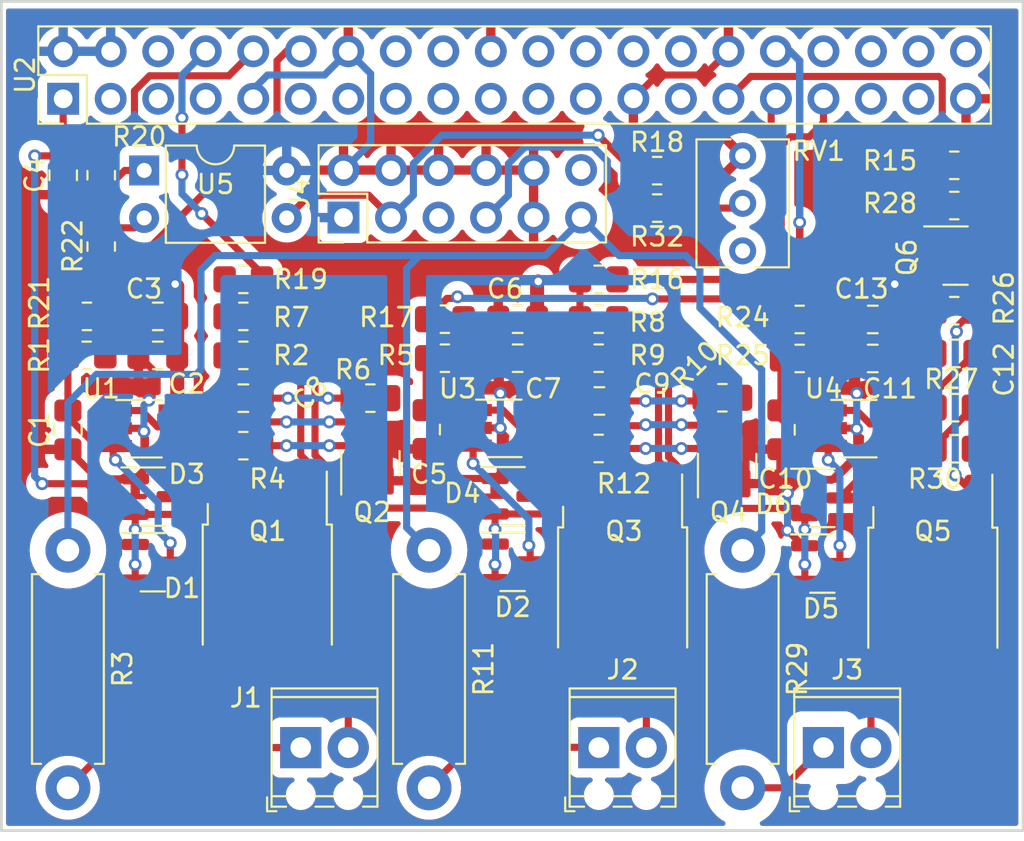
<source format=kicad_pcb>
(kicad_pcb (version 20221018) (generator pcbnew)
  (layers (0 "F.Cu" signal) (31 "B.Cu" signal) (34 "B.Paste" user) (35 "F.Paste" user) (36 "B.SilkS" user "B.Silkscreen") (37 "F.SilkS" user "F.Silkscreen") (38 "B.Mask" user) (39 "F.Mask" user) (44 "Edge.Cuts" user))
  (net 0 "")
  (net 1 "Net-(D1-common)")
  (net 2 "GND")
  (net 3 "+5V")
  (net 4 "+3V3")
  (net 5 "N_ENABLE_SUPPLY")
  (net 6 "+170V")
  (net 7 "Net-(C8-Pad1)")
  (net 8 "PWM_0")
  (net 9 "PWM_1")
  (net 10 "PWM_0_50Hz")
  (net 11 "PWM_1_50Hz")
  (net 12 "Net-(D2-common)")
  (net 13 "Net-(D3-common)")
  (net 14 "Net-(D5-common)")
  (net 15 "Net-(C12-Pad1)")
  (net 16 "Net-(D6-common)")
  (net 17 "Net-(Q1-D)")
  (net 18 "Net-(Q1-G)")
  (net 19 "Net-(Q1-S)")
  (net 20 "Net-(Q2-G)")
  (net 21 "Net-(Q2-D)")
  (net 22 "Net-(Q3-G)")
  (net 23 "Net-(Q3-S)")
  (net 24 "Net-(Q4-G)")
  (net 25 "Net-(Q4-D)")
  (net 26 "Net-(Q5-G)")
  (net 27 "Net-(Q5-S)")
  (net 28 "Net-(Q6-G)")
  (net 29 "Net-(Q6-D)")
  (net 30 "Net-(U2-P29)")
  (net 31 "PWM_2_50Hz")
  (net 32 "Net-(U2-P31)")
  (net 33 "Net-(U2-P33)")
  (net 34 "Net-(U2-P8)")
  (net 35 "Net-(U2-P10)")
  (net 36 "Net-(U2-P12)")
  (net 37 "PWM_2")
  (net 38 "Net-(U2-P32)")
  (net 59 "Net-(D4-common)")
  (net 62 "/ENABLE")
  (net 63 "/N{slash}C")
  (net 64 "/R_ADJUST")
  (net 65 "Net-(R22-Pad1)")
  (net 68 "Net-(Q3-D)")
  (net 69 "Net-(Q5-D)")
  (net 70 "Net-(J1-Pad1)")
  (net 71 "Net-(J2-Pad1)")
  (net 72 "Net-(J3-Pad1)")
  (net 73 "Net-(R32-Pad1)")
  (net 74 "Net-(C9-Pad1)")
  (footprint "Capacitor_SMD:C_0805_2012Metric_Pad1.18x1.45mm_HandSolder" (layer "F.Cu") (at 113.538 140.6365 -90)
    (fp_text reference "C1")
    (fp_text value "3.3nF")
  )
  (footprint "Capacitor_SMD:C_0805_2012Metric_Pad1.18x1.45mm_HandSolder" (layer "F.Cu") (at 118.3425 136.652 180)
    (fp_text reference "C2")
    (fp_text value "0.1uF")
  )
  (footprint "Capacitor_SMD:C_0805_2012Metric_Pad1.18x1.45mm_HandSolder" (layer "F.Cu") (at 118.3425 134.567 180)
    (fp_text reference "C3")
    (fp_text value "1uF")
  )
  (footprint "Capacitor_SMD:C_0805_2012Metric_Pad1.18x1.45mm_HandSolder" (layer "F.Cu") (at 113.285 127.024 -90)
    (fp_text reference "C4")
    (fp_text value "1uF")
  )
  (footprint "Capacitor_SMD:C_0805_2012Metric_Pad1.18x1.45mm_HandSolder" (layer "F.Cu") (at 132.6875 140.6155 -90)
    (fp_text reference "C5")
    (fp_text value "3.3nF")
  )
  (footprint "Capacitor_SMD:C_0805_2012Metric_Pad1.18x1.45mm_HandSolder" (layer "F.Cu") (at 137.5785 134.717 180)
    (fp_text reference "C6")
    (fp_text value "0.1uF")
  )
  (footprint "Capacitor_SMD:C_0805_2012Metric_Pad1.18x1.45mm_HandSolder" (layer "F.Cu") (at 137.5785 136.802 180)
    (fp_text reference "C7")
    (fp_text value "1uF")
  )
  (footprint "Capacitor_SMD:C_0805_2012Metric_Pad1.18x1.45mm_HandSolder" (layer "F.Cu") (at 122.9145 138.938)
    (fp_text reference "C8")
    (fp_text value "1nF")
  )
  (footprint "Capacitor_SMD:C_0805_2012Metric_Pad1.18x1.45mm_HandSolder" (layer "F.Cu") (at 141.9455 139.088)
    (fp_text reference "C9")
    (fp_text value "1nF")
  )
  (footprint "Package_TO_SOT_SMD:SOT-23" (layer "F.Cu") (at 118.072 147.709)
    (fp_text reference "D1")
    (fp_text value "BAV99")
  )
  (footprint "Package_TO_SOT_SMD:SOT-23" (layer "F.Cu") (at 137.308 147.688)
    (fp_text reference "D2")
    (fp_text value "BAV99")
  )
  (footprint "Package_TO_SOT_SMD:SOT-23" (layer "F.Cu") (at 118.072 144.202)
    (fp_text reference "D3")
    (fp_text value "BAV99")
  )
  (footprint "Package_TO_SOT_SMD:SOT-23" (layer "F.Cu") (at 137.308 144.181)
    (fp_text reference "D4")
    (fp_text value "BAV99")
  )
  (footprint "Package_TO_SOT_SMD:TO-252-2" (layer "F.Cu") (at 124.1945 149.005 -90)
    (fp_text reference "Q1")
    (fp_text value "FDD7N25LZTM")
  )
  (footprint "Package_TO_SOT_SMD:SOT-23" (layer "F.Cu") (at 129.7065 142.4155 90)
    (fp_text reference "Q2")
    (fp_text value "2N7002")
  )
  (footprint "Package_TO_SOT_SMD:TO-252-2" (layer "F.Cu") (at 143.188 149.155 -90)
    (fp_text reference "Q3")
    (fp_text value "FDD7N25LZTM")
  )
  (footprint "Package_TO_SOT_SMD:SOT-23" (layer "F.Cu") (at 148.776 142.5655 90)
    (fp_text reference "Q4")
    (fp_text value "2N7002")
  )
  (footprint "Resistor_SMD:R_0805_2012Metric_Pad1.20x1.40mm_HandSolder" (layer "F.Cu") (at 114.538 136.652)
    (fp_text reference "R1")
    (fp_text value "1k")
  )
  (footprint "Resistor_SMD:R_0805_2012Metric_Pad1.20x1.40mm_HandSolder" (layer "F.Cu") (at 122.9145 136.652 180)
    (fp_text reference "R2")
    (fp_text value "1k")
  )
  (footprint "Resistor_SMD:R_0805_2012Metric_Pad1.20x1.40mm_HandSolder" (layer "F.Cu") (at 122.9145 141.478)
    (fp_text reference "R4")
    (fp_text value "133")
  )
  (footprint "Resistor_SMD:R_0805_2012Metric_Pad1.20x1.40mm_HandSolder" (layer "F.Cu") (at 133.6875 136.802)
    (fp_text reference "R5")
    (fp_text value "1k")
  )
  (footprint "Resistor_SMD:R_0805_2012Metric_Pad1.20x1.40mm_HandSolder" (layer "F.Cu") (at 129.7065 138.938 180)
    (fp_text reference "R6")
    (fp_text value "1k")
  )
  (footprint "Resistor_SMD:R_0805_2012Metric_Pad1.20x1.40mm_HandSolder" (layer "F.Cu") (at 122.9145 134.567 180)
    (fp_text reference "R7")
    (fp_text value "1k")
  )
  (footprint "Resistor_SMD:R_0805_2012Metric_Pad1.20x1.40mm_HandSolder" (layer "F.Cu") (at 141.908 134.717 180)
    (fp_text reference "R8")
    (fp_text value "1k")
  )
  (footprint "Resistor_SMD:R_0805_2012Metric_Pad1.20x1.40mm_HandSolder" (layer "F.Cu") (at 141.908 136.802 180)
    (fp_text reference "R9")
    (fp_text value "1k")
  )
  (footprint "Resistor_SMD:R_0805_2012Metric_Pad1.20x1.40mm_HandSolder" (layer "F.Cu") (at 148.521 138.917 180)
    (fp_text reference "R10")
    (fp_text value "1k")
  )
  (footprint "Resistor_SMD:R_0805_2012Metric_Pad1.20x1.40mm_HandSolder" (layer "F.Cu") (at 141.908 141.628)
    (fp_text reference "R12")
    (fp_text value "133")
  )
  (footprint "Resistor_SMD:R_0805_2012Metric_Pad1.20x1.40mm_HandSolder" (layer "F.Cu") (at 160.9145 126.492 180)
    (fp_text reference "R15")
    (fp_text value "0")
  )
  (footprint "Resistor_SMD:R_0805_2012Metric_Pad1.20x1.40mm_HandSolder" (layer "F.Cu") (at 141.908 132.588 180)
    (fp_text reference "R16")
    (fp_text value "0")
  )
  (footprint "Resistor_SMD:R_0805_2012Metric_Pad1.20x1.40mm_HandSolder" (layer "F.Cu") (at 133.6875 134.717)
    (fp_text reference "R17")
    (fp_text value "0")
  )
  (footprint "Resistor_SMD:R_0805_2012Metric_Pad1.20x1.40mm_HandSolder" (layer "F.Cu") (at 122.9145 132.588)
    (fp_text reference "R19")
    (fp_text value "0")
  )
  (footprint "Resistor_SMD:R_0805_2012Metric_Pad1.20x1.40mm_HandSolder" (layer "F.Cu") (at 115.317 127.024 90)
    (fp_text reference "R20")
    (fp_text value "1k")
  )
  (footprint "Resistor_SMD:R_0805_2012Metric_Pad1.20x1.40mm_HandSolder" (layer "F.Cu") (at 114.554 134.567)
    (fp_text reference "R21")
    (fp_text value "0")
  )
  (footprint "Resistor_SMD:R_0805_2012Metric_Pad1.20x1.40mm_HandSolder" (layer "F.Cu") (at 152.6525 134.731434 180)
    (fp_text reference "R24")
    (fp_text value "0")
  )
  (footprint "Package_TO_SOT_SMD:TSOT-23-5_HandSoldering" (layer "F.Cu") (at 117.67 140.549)
    (fp_text reference "U1")
    (fp_text value "MCP6411")
  )
  (footprint "Package_TO_SOT_SMD:TSOT-23-5_HandSoldering" (layer "F.Cu") (at 136.906 140.528)
    (fp_text reference "U3")
    (fp_text value "MCP6411")
  )
  (footprint "Resistor_THT:R_Axial_DIN0411_L9.9mm_D3.6mm_P12.70mm_Horizontal" (layer "F.Cu") (at 113.538 147.066 -90)
    (fp_text reference "R3")
    (fp_text value "1k 2W")
  )
  (footprint "Resistor_THT:R_Axial_DIN0411_L9.9mm_D3.6mm_P12.70mm_Horizontal" (layer "F.Cu") (at 132.842 147.066 -90)
    (fp_text reference "R11")
    (fp_text value "1k 2W")
  )
  (footprint "Connector_PinHeader_2.54mm:PinHeader_2x20_P2.54mm_Vertical" (layer "F.Cu") (at 113.284 122.936 90)
    (fp_text reference "U2")
    (fp_text value "Raspberry_PI_Zero_Header" hide)
  )
  (footprint "Capacitor_SMD:C_0805_2012Metric_Pad1.18x1.45mm_HandSolder" (layer "F.Cu") (at 156.559 136.816434 180)
    (fp_text reference "C11")
    (fp_text value "0.1uF")
  )
  (footprint "Resistor_SMD:R_0805_2012Metric_Pad1.20x1.40mm_HandSolder" (layer "F.Cu") (at 152.6525 136.816434)
    (fp_text reference "R25")
    (fp_text value "1k")
  )
  (footprint "Package_TO_SOT_SMD:TSOT-23-5_HandSoldering" (layer "F.Cu") (at 155.8865 140.542434)
    (fp_text reference "U4")
    (fp_text value "MCP6411")
  )
  (footprint "TerminalBlock_Phoenix:TerminalBlock_Phoenix_MPT-0,5-2-2.54_1x02_P2.54mm_Horizontal" (layer "F.Cu") (at 153.924 157.616)
    (fp_text reference "J3")
    (fp_text value "Screw_Terminal_1x02")
  )
  (footprint "Resistor_SMD:R_0805_2012Metric_Pad1.20x1.40mm_HandSolder" (layer "F.Cu") (at 160.9145 134.262 180)
    (fp_text reference "R26")
    (fp_text value "1k")
  )
  (footprint "Package_TO_SOT_SMD:SOT-23" (layer "F.Cu") (at 160.9845 131.318)
    (fp_text reference "Q6")
    (fp_text value "2N7002" hide)
  )
  (footprint "Resistor_SMD:R_0805_2012Metric_Pad1.20x1.40mm_HandSolder" (layer "F.Cu") (at 145.035 128.778 180)
    (fp_text reference "R32")
    (fp_text value "47k")
  )
  (footprint "TerminalBlock_Phoenix:TerminalBlock_Phoenix_MPT-0,5-2-2.54_1x02_P2.54mm_Horizontal" (layer "F.Cu") (at 125.984 157.616)
    (fp_text reference "J1")
    (fp_text value "Screw_Terminal_1x02")
  )
  (footprint "Capacitor_SMD:C_0805_2012Metric_Pad1.18x1.45mm_HandSolder" (layer "F.Cu") (at 151.6525 140.629934 -90)
    (fp_text reference "C10")
    (fp_text value "3.3nF")
  )
  (footprint "Resistor_SMD:R_0805_2012Metric_Pad1.20x1.40mm_HandSolder" (layer "F.Cu") (at 160.9145 139.446 180)
    (fp_text reference "R27")
    (fp_text value "1k")
  )
  (footprint "Package_TO_SOT_SMD:SOT-23" (layer "F.Cu") (at 153.866 144.272)
    (fp_text reference "D6")
    (fp_text value "BAV99")
  )
  (footprint "Capacitor_SMD:C_0805_2012Metric_Pad1.18x1.45mm_HandSolder" (layer "F.Cu") (at 160.952 136.548)
    (fp_text reference "C12")
    (fp_text value "1nF")
  )
  (footprint "Potentiometer_THT:Potentiometer_Vishay_T73XW_Horizontal" (layer "F.Cu") (at 149.606 125.984)
    (fp_text reference "RV1")
    (fp_text value "5k")
  )
  (footprint "Resistor_THT:R_Axial_DIN0411_L9.9mm_D3.6mm_P12.70mm_Horizontal" (layer "F.Cu") (at 149.606 147.066 -90)
    (fp_text reference "R29")
    (fp_text value "1k 2W")
  )
  (footprint "Resistor_SMD:R_0805_2012Metric_Pad1.20x1.40mm_HandSolder" (layer "F.Cu") (at 160.9145 128.642 180)
    (fp_text reference "R28")
    (fp_text value "1k")
  )
  (footprint "Resistor_SMD:R_0805_2012Metric_Pad1.20x1.40mm_HandSolder" (layer "F.Cu") (at 115.317 130.834 -90)
    (fp_text reference "R22")
    (fp_text value "330")
  )
  (footprint "Resistor_SMD:R_0805_2012Metric_Pad1.20x1.40mm_HandSolder" (layer "F.Cu") (at 160.9145 141.642434)
    (fp_text reference "R30")
    (fp_text value "133")
  )
  (footprint "Package_TO_SOT_SMD:TO-252-2" (layer "F.Cu") (at 159.772 149.169434 -90)
    (fp_text reference "Q5")
    (fp_text value "FDD7N25LZTM")
  )
  (footprint "Resistor_SMD:R_0805_2012Metric_Pad1.20x1.40mm_HandSolder" (layer "F.Cu") (at 145.035 126.778 180)
    (fp_text reference "R18")
    (fp_text value "100k")
  )
  (footprint "TerminalBlock_Phoenix:TerminalBlock_Phoenix_MPT-0,5-2-2.54_1x02_P2.54mm_Horizontal" (layer "F.Cu") (at 141.918 157.616)
    (fp_text reference "J2")
    (fp_text value "Screw_Terminal_1x02")
  )
  (footprint "Capacitor_SMD:C_0805_2012Metric_Pad1.18x1.45mm_HandSolder" (layer "F.Cu") (at 156.559 134.731434 180)
    (fp_text reference "C13")
    (fp_text value "1uF")
  )
  (footprint "Package_DIP:DIP-4_W7.62mm" (layer "F.Cu") (at 117.613 126.765)
    (fp_text reference "U5")
    (fp_text value "LTV-817")
  )
  (footprint "Package_TO_SOT_SMD:SOT-23" (layer "F.Cu") (at 153.866 147.779)
    (fp_text reference "D5")
    (fp_text value "BAV99")
  )
  (footprint "Connector_PinHeader_2.54mm:PinHeader_2x06_P2.54mm_Vertical" (layer "F.Cu") (at 128.27 129.286 90)
    (fp_text reference "J4")
    (fp_text value "Conn_02x06")
  )
  (gr_rect (start 109.982 117.73) (end 164.592 162.052) (stroke (width 0.15)) (fill none) (layer "Edge.Cuts"))
  (segment (start 115.96 142.122) (end 115.96 141.499) (width 0.381) (layer "F.Cu") (net 1))
  (segment (start 115.083 141.499) (end 113.284 139.7) (width 0.381) (layer "F.Cu") (net 1))
  (segment (start 113.538 139.599) (end 113.538 136.652) (width 0.381) (layer "F.Cu") (net 1))
  (segment (start 115.96 141.499) (end 115.083 141.499) (width 0.381) (layer "F.Cu") (net 1))
  (segment (start 116.078 142.24) (end 115.96 142.122) (width 0.381) (layer "F.Cu") (net 1))
  (segment (start 119.0095 146.6745) (end 119.0095 147.709) (width 0.381) (layer "F.Cu") (net 1))
  (via (at 116.078 142.24) (size 0.6858) (drill 0.4) (layers "F.Cu" "B.Cu") (net 1))
  (via (at 119.0095 146.6745) (size 0.6858) (drill 0.4) (layers "F.Cu" "B.Cu") (net 1))
  (segment (start 118.364 144.526) (end 118.364 146.029) (width 0.381) (layer "B.Cu") (net 1))
  (segment (start 118.364 146.029) (end 119.0095 146.6745) (width 0.381) (layer "B.Cu") (net 1))
  (segment (start 116.078 142.24) (end 118.364 144.526) (width 0.381) (layer "B.Cu") (net 1))
  (segment (start 152.9285 143.322) (end 154.360934 143.322) (width 0.381) (layer "F.Cu") (net 2))
  (segment (start 155.669075 140.542434) (end 154.1765 140.542434) (width 0.381) (layer "F.Cu") (net 2))
  (segment (start 136.652 138.684) (end 136.652 136.913) (width 0.381) (layer "F.Cu") (net 2))
  (segment (start 155.5215 136.816434) (end 155.5215 134.731434) (width 0.381) (layer "F.Cu") (net 2))
  (segment (start 134.2655 143.231) (end 132.6875 141.653) (width 0.381) (layer "F.Cu") (net 2))
  (segment (start 154.360934 143.322) (end 155.700528 141.982406) (width 0.381) (layer "F.Cu") (net 2))
  (segment (start 155.702 138.684) (end 155.702 136.996934) (width 0.381) (layer "F.Cu") (net 2))
  (segment (start 135.196 140.528) (end 136.586 140.528) (width 0.381) (layer "F.Cu") (net 2))
  (segment (start 136.586 140.528) (end 136.652 140.462) (width 0.381) (layer "F.Cu") (net 2))
  (segment (start 115.116 143.252) (end 113.538 141.674) (width 0.381) (layer "F.Cu") (net 2))
  (segment (start 117.864174 139.045693) (end 118.0355 138.874367) (width 0.381) (layer "F.Cu") (net 2))
  (segment (start 118.0355 138.874367) (end 118.0355 137.3825) (width 0.381) (layer "F.Cu") (net 2))
  (segment (start 136.3705 143.231) (end 134.2655 143.231) (width 0.381) (layer "F.Cu") (net 2))
  (segment (start 117.602 140.716) (end 117.602 142.7845) (width 0.381) (layer "F.Cu") (net 2))
  (segment (start 118.0355 137.3825) (end 117.305 136.652) (width 0.381) (layer "F.Cu") (net 2))
  (segment (start 152.0009 144.018) (end 152.6969 143.322) (width 0.381) (layer "F.Cu") (net 2))
  (segment (start 117.305 136.652) (end 117.305 134.567) (width 0.381) (layer "F.Cu") (net 2))
  (segment (start 143.764 122.936) (end 145.034 121.666) (width 0.381) (layer "F.Cu") (net 2))
  (segment (start 152.0009 146.000565) (end 152.829335 146.829) (width 0.381) (layer "F.Cu") (net 2))
  (segment (start 145.034 121.666) (end 147.574 121.666) (width 0.381) (layer "F.Cu") (net 2))
  (segment (start 152.0009 145.997874) (end 152.0009 146.000565) (width 0.381) (layer "F.Cu") (net 2))
  (segment (start 117.602 140.716) (end 117.435 140.549) (width 0.381) (layer "F.Cu") (net 2))
  (segment (start 147.574 121.666) (end 148.844 120.396) (width 0.381) (layer "F.Cu") (net 2))
  (segment (start 152.829335 146.829) (end 152.9285 146.829) (width 0.381) (layer "F.Cu") (net 2))
  (segment (start 152.6969 143.322) (end 152.9285 143.322) (width 0.381) (layer "F.Cu") (net 2))
  (segment (start 136.3705 143.231) (end 136.652 142.9495) (width 0.381) (layer "F.Cu") (net 2))
  (segment (start 117.1345 143.252) (end 115.116 143.252) (width 0.381) (layer "F.Cu") (net 2))
  (segment (start 155.700528 141.982406) (end 155.700528 140.573887) (width 0.381) (layer "F.Cu") (net 2))
  (segment (start 117.435 140.549) (end 115.96 140.549) (width 0.381) (layer "F.Cu") (net 2))
  (segment (start 117.602 142.7845) (end 117.1345 143.252) (width 0.381) (layer "F.Cu") (net 2))
  (segment (start 136.652 142.9495) (end 136.652 140.462) (width 0.381) (layer "F.Cu") (net 2))
  (segment (start 155.700528 140.573887) (end 155.669075 140.542434) (width 0.381) (layer "F.Cu") (net 2))
  (via (at 152.0009 145.997874) (size 0.6858) (drill 0.4) (layers "F.Cu" "B.Cu") (net 2))
  (via (at 155.700528 140.573887) (size 0.6858) (drill 0.4) (layers "F.Cu" "B.Cu") (net 2))
  (via (at 152.0009 144.018) (size 0.6858) (drill 0.4) (layers "F.Cu" "B.Cu") (net 2))
  (via (at 117.602 140.716) (size 0.6858) (drill 0.4) (layers "F.Cu" "B.Cu") (net 2))
  (via (at 136.652 140.528) (size 0.6858) (drill 0.4) (layers "F.Cu" "B.Cu") (net 2))
  (via (at 117.864174 139.045693) (size 0.6858) (drill 0.4) (layers "F.Cu" "B.Cu") (net 2))
  (via (at 136.652 138.684) (size 0.6858) (drill 0.4) (layers "F.Cu" "B.Cu") (net 2))
  (via (at 155.702 138.684) (size 0.6858) (drill 0.4) (layers "F.Cu" "B.Cu") (net 2))
  (segment (start 152.0009 145.997874) (end 152.0009 144.018) (width 0.381) (layer "B.Cu") (net 2))
  (segment (start 138.411 126.765) (end 138.43 126.746) (width 0.381) (layer "B.Cu") (net 2))
  (segment (start 129.7185 121.5905) (end 129.7185 125.2975) (width 0.381) (layer "B.Cu") (net 2))
  (segment (start 128.27 126.746) (end 128.289 126.765) (width 0.381) (layer "B.Cu") (net 2))
  (segment (start 155.700528 140.573887) (end 155.700528 138.685472) (width 0.381) (layer "B.Cu") (net 2))
  (segment (start 123.444 122.428) (end 124.206 121.666) (width 0.381) (layer "B.Cu") (net 2))
  (segment (start 117.602 139.307867) (end 117.602 140.716) (width 0.381) (layer "B.Cu") (net 2))
  (segment (start 124.206 121.666) (end 127.254 121.666) (width 0.381) (layer "B.Cu") (net 2))
  (segment (start 128.524 120.396) (end 129.7185 121.5905) (width 0.381) (layer "B.Cu") (net 2))
  (segment (start 117.864174 139.045693) (end 117.602 139.307867) (width 0.381) (layer "B.Cu") (net 2))
  (segment (start 136.652 140.462) (end 136.652 138.684) (width 0.381) (layer "B.Cu") (net 2))
  (segment (start 127.254 121.666) (end 128.524 120.396) (width 0.381) (layer "B.Cu") (net 2))
  (segment (start 129.7185 125.2975) (end 128.27 126.746) (width 0.381) (layer "B.Cu") (net 2))
  (segment (start 155.700528 138.685472) (end 155.702 138.684) (width 0.381) (layer "B.Cu") (net 2))
  (segment (start 138.616 132.759504) (end 138.678604 132.6969) (width 0.75) (layer "F.Cu") (net 3))
  (segment (start 119.38 136.652) (end 119.38 134.567) (width 0.75) (layer "F.Cu") (net 3))
  (segment (start 119.38 132.9509) (end 119.2711 132.842) (width 0.75) (layer "F.Cu") (net 3))
  (segment (start 138.616 137.668) (end 138.616 135.128) (width 0.75) (layer "F.Cu") (net 3))
  (segment (start 119.38 134.567) (end 119.38 132.9509) (width 0.75) (layer "F.Cu") (net 3))
  (segment (start 157.5965 132.9795) (end 157.734 132.842) (width 0.75) (layer "F.Cu") (net 3))
  (segment (start 138.616 139.578) (end 138.616 137.668) (width 0.75) (layer "F.Cu") (net 3))
  (segment (start 157.5965 136.816434) (end 157.5965 134.731434) (width 0.75) (layer "F.Cu") (net 3))
  (segment (start 157.5965 139.592434) (end 157.5965 136.816434) (width 0.75) (layer "F.Cu") (net 3))
  (segment (start 157.5965 134.731434) (end 157.5965 132.9795) (width 0.75) (layer "F.Cu") (net 3))
  (segment (start 119.38 136.652) (end 119.38 139.599) (width 0.75) (layer "F.Cu") (net 3))
  (segment (start 138.616 134.717) (end 138.616 132.759504) (width 0.75) (layer "F.Cu") (net 3))
  (via (at 119.2711 132.842) (size 0.6858) (drill 0.4) (layers "F.Cu" "B.Cu") (net 3))
  (via (at 138.678604 132.6969) (size 0.6858) (drill 0.4) (layers "F.Cu" "B.Cu") (net 3))
  (via (at 157.734 132.842) (size 0.6858) (drill 0.4) (layers "F.Cu" "B.Cu") (net 3))
  (segment (start 136.3705 145.9416) (end 136.3705 145.131) (width 0.381) (layer "F.Cu") (net 4))
  (segment (start 117.1345 148.659) (end 117.1345 147.828) (width 0.381) (layer "F.Cu") (net 4))
  (segment (start 134.909066 144.815066) (end 127.980934 144.815066) (width 0.381) (layer "F.Cu") (net 4))
  (segment (start 120.904 145.542) (end 120.514 145.152) (width 0.381) (layer "F.Cu") (net 4))
  (segment (start 136.3705 148.638) (end 136.3705 147.8555) (width 0.381) (layer "F.Cu") (net 4))
  (segment (start 140.208 145.796) (end 146.065875 145.796) (width 0.381) (layer "F.Cu") (net 4))
  (segment (start 135.225 145.131) (end 134.909066 144.815066) (width 0.381) (layer "F.Cu") (net 4))
  (segment (start 152.536 144.8295) (end 152.9285 145.222) (width 0.381) (layer "F.Cu") (net 4))
  (segment (start 136.3705 145.131) (end 135.225 145.131) (width 0.381) (layer "F.Cu") (net 4))
  (segment (start 113.284 122.936) (end 113.284 125.9855) (width 0.381) (layer "F.Cu") (net 4))
  (segment (start 152.9285 145.145434) (end 152.9285 145.956034) (width 0.381) (layer "F.Cu") (net 4))
  (segment (start 116.196 145.152) (end 117.1345 145.152) (width 0.381) (layer "F.Cu") (net 4))
  (segment (start 127.980934 144.815066) (end 127.254 145.542) (width 0.381) (layer "F.Cu") (net 4))
  (segment (start 127.254 145.542) (end 120.904 145.542) (width 0.381) (layer "F.Cu") (net 4))
  (segment (start 152.9285 148.652434) (end 152.9285 147.828) (width 0.381) (layer "F.Cu") (net 4))
  (segment (start 139.543 145.131) (end 140.208 145.796) (width 0.381) (layer "F.Cu") (net 4))
  (segment (start 111.76 125.984) (end 111.7625 125.9865) (width 0.381) (layer "F.Cu") (net 4))
  (segment (start 136.3705 145.131) (end 139.543 145.131) (width 0.381) (layer "F.Cu") (net 4))
  (segment (start 147.032375 144.8295) (end 152.536 144.8295) (width 0.381) (layer "F.Cu") (net 4))
  (segment (start 120.514 145.152) (end 117.1345 145.152) (width 0.381) (layer "F.Cu") (net 4))
  (segment (start 112.1591 143.51) (end 114.554 143.51) (width 0.381) (layer "F.Cu") (net 4))
  (segment (start 146.065875 145.796) (end 147.032375 144.8295) (width 0.381) (layer "F.Cu") (net 4))
  (segment (start 111.7625 125.9865) (end 113.285 125.9865) (width 0.381) (layer "F.Cu") (net 4))
  (segment (start 136.3705 147.8555) (end 136.398 147.828) (width 0.381) (layer "F.Cu") (net 4))
  (segment (start 114.554 143.51) (end 116.196 145.152) (width 0.381) (layer "F.Cu") (net 4))
  (segment (start 117.1345 145.152) (end 117.1345 145.9626) (width 0.381) (layer "F.Cu") (net 4))
  (via (at 152.9285 147.828) (size 0.6858) (drill 0.4) (layers "F.Cu" "B.Cu") (net 4))
  (via (at 117.1345 147.828) (size 0.6858) (drill 0.4) (layers "F.Cu" "B.Cu") (net 4))
  (via (at 112.1591 143.51) (size 0.6858) (drill 0.4) (layers "F.Cu" "B.Cu") (net 4))
  (via (at 117.1345 145.9626) (size 0.6858) (drill 0.4) (layers "F.Cu" "B.Cu") (net 4))
  (via (at 136.3705 145.9416) (size 0.6858) (drill 0.4) (layers "F.Cu" "B.Cu") (net 4))
  (via (at 152.9285 145.956034) (size 0.6858) (drill 0.4) (layers "F.Cu" "B.Cu") (net 4))
  (via (at 136.3705 147.828) (size 0.6858) (drill 0.4) (layers "F.Cu" "B.Cu") (net 4))
  (via (at 111.76 125.984) (size 0.6858) (drill 0.4) (layers "F.Cu" "B.Cu") (net 4))
  (segment (start 111.76 143.1109) (end 112.1591 143.51) (width 0.381) (layer "B.Cu") (net 4))
  (segment (start 117.1345 147.828) (end 117.1345 145.9626) (width 0.381) (layer "B.Cu") (net 4))
  (segment (start 152.9285 147.828) (end 152.9285 145.956034) (width 0.381) (layer "B.Cu") (net 4))
  (segment (start 136.398 147.828) (end 136.398 145.9416) (width 0.381) (layer "B.Cu") (net 4))
  (segment (start 111.76 125.984) (end 111.76 143.1109) (width 0.381) (layer "B.Cu") (net 4))
  (segment (start 117.613 126.765) (end 116.576 126.765) (width 0.381) (layer "F.Cu") (net 5))
  (segment (start 116.576 126.765) (end 115.317 128.024) (width 0.381) (layer "F.Cu") (net 5))
  (segment (start 121.412 131.318) (end 120.65 132.08) (width 0.381) (layer "B.Cu") (net 6))
  (segment (start 143.002 131.318) (end 146.558 131.318) (width 0.381) (layer "B.Cu") (net 6))
  (segment (start 150.622 137.414) (end 150.622 146.05) (width 0.381) (layer "B.Cu") (net 6))
  (segment (start 147.32 132.08) (end 147.32 134.112) (width 0.381) (layer "B.Cu") (net 6))
  (segment (start 120.65 132.08) (end 120.65 137.414) (width 0.381) (layer "B.Cu") (net 6))
  (segment (start 120.65 137.414) (end 120.396788 137.667212) (width 0.381) (layer "B.Cu") (net 6))
  (segment (start 118.43646 137.667212) (end 118.435541 137.666293) (width 0.381) (layer "B.Cu") (net 6))
  (segment (start 132.334 131.318) (end 121.412 131.318) (width 0.381) (layer "B.Cu") (net 6))
  (segment (start 118.435541 137.666293) (end 115.063707 137.666293) (width 0.381) (layer "B.Cu") (net 6))
  (segment (start 150.622 146.05) (end 149.606 147.066) (width 0.381) (layer "B.Cu") (net 6))
  (segment (start 113.538 139.192) (end 113.538 146.901566) (width 0.381) (layer "B.Cu") (net 6))
  (segment (start 131.642 132.01) (end 131.642 145.851566) (width 0.381) (layer "B.Cu") (net 6))
  (segment (start 139.065914 131.318) (end 132.334 131.318) (width 0.381) (layer "B.Cu") (net 6))
  (segment (start 132.334 131.318) (end 131.642 132.01) (width 0.381) (layer "B.Cu") (net 6))
  (segment (start 147.32 134.112) (end 150.622 137.414) (width 0.381) (layer "B.Cu") (net 6))
  (segment (start 140.97 129.413914) (end 139.065914 131.318) (width 0.381) (layer "B.Cu") (net 6))
  (segment (start 141.067 129.383) (end 143.002 131.318) (width 0.381) (layer "B.Cu") (net 6))
  (segment (start 131.642 145.851566) (end 132.842 147.051566) (width 0.381) (layer "B.Cu") (net 6))
  (segment (start 146.558 131.318) (end 147.32 132.08) (width 0.381) (layer "B.Cu") (net 6))
  (segment (start 120.396788 137.667212) (end 118.43646 137.667212) (width 0.381) (layer "B.Cu") (net 6))
  (segment (start 115.063707 137.666293) (end 113.538 139.192) (width 0.381) (layer "B.Cu") (net 6))
  (segment (start 117.457131 139.599) (end 118.328531 140.4704) (width 0.381) (layer "F.Cu") (net 7))
  (segment (start 115.96 139.599) (end 117.457131 139.599) (width 0.381) (layer "F.Cu") (net 7))
  (segment (start 118.328531 140.4704) (end 120.3446 140.4704) (width 0.381) (layer "F.Cu") (net 7))
  (segment (start 120.3446 140.4704) (end 121.877 138.938) (width 0.381) (layer "F.Cu") (net 7))
  (segment (start 121.877 138.938) (end 121.877 136.6895) (width 0.381) (layer "F.Cu") (net 7))
  (segment (start 115.538 136.652) (end 115.538 134.583) (width 0.381) (layer "F.Cu") (net 8))
  (segment (start 134.6875 137.668) (end 134.6875 135.128) (width 0.381) (layer "F.Cu") (net 9))
  (segment (start 121.9145 132.588) (end 121.9145 134.567) (width 0.381) (layer "F.Cu") (net 10))
  (segment (start 140.908 132.588) (end 140.908 134.717) (width 0.381) (layer "F.Cu") (net 11))
  (segment (start 132.842 140.001) (end 132.842 139.807) (width 0.381) (layer "F.Cu") (net 12))
  (segment (start 134.319 141.478) (end 132.842 140.001) (width 0.381) (layer "F.Cu") (net 12))
  (segment (start 135.196 141.478) (end 134.319 141.478) (width 0.381) (layer "F.Cu") (net 12))
  (segment (start 138.2455 146.8815) (end 138.176 146.812) (width 0.381) (layer "F.Cu") (net 12))
  (segment (start 138.2455 147.688) (end 138.2455 146.8815) (width 0.381) (layer "F.Cu") (net 12))
  (segment (start 135.196 142.426) (end 135.196 141.478) (width 0.381) (layer "F.Cu") (net 12))
  (segment (start 132.6875 136.802) (end 132.6875 139.578) (width 0.381) (layer "F.Cu") (net 12))
  (via (at 138.176 146.812) (size 0.6858) (drill 0.4) (layers "F.Cu" "B.Cu") (net 12))
  (via (at 135.196 142.426) (size 0.6858) (drill 0.4) (layers "F.Cu" "B.Cu") (net 12))
  (segment (start 135.196 142.426) (end 138.176 145.406) (width 0.381) (layer "B.Cu") (net 12))
  (segment (start 138.176 145.406) (end 138.176 146.812) (width 0.381) (layer "B.Cu") (net 12))
  (segment (start 128.7065 138.938) (end 127.4329 138.938) (width 0.381) (layer "F.Cu") (net 13))
  (segment (start 120.25275 141.499) (end 121.670802 140.080948) (width 0.381) (layer "F.Cu") (net 13))
  (segment (start 119.38 141.499) (end 120.25275 141.499) (width 0.381) (layer "F.Cu") (net 13))
  (segment (start 119.38 141.499) (end 119.0095 141.8695) (width 0.381) (layer "F.Cu") (net 13))
  (segment (start 125.2971 138.938) (end 123.952 138.938) (width 0.381) (layer "F.Cu") (net 13))
  (segment (start 122.554948 140.080948) (end 123.697896 138.938) (width 0.381) (layer "F.Cu") (net 13))
  (segment (start 119.0095 141.8695) (end 119.0095 144.202) (width 0.381) (layer "F.Cu") (net 13))
  (segment (start 121.670802 140.080948) (end 122.554948 140.080948) (width 0.381) (layer "F.Cu") (net 13))
  (via (at 127.4329 138.938) (size 0.6858) (drill 0.4) (layers "F.Cu" "B.Cu") (net 13))
  (via (at 125.2971 138.938) (size 0.6858) (drill 0.4) (layers "F.Cu" "B.Cu") (net 13))
  (segment (start 127.4329 138.938) (end 125.2971 138.938) (width 0.381) (layer "B.Cu") (net 13))
  (segment (start 152.37375 140.735434) (end 152.722 141.083684) (width 0.381) (layer "F.Cu") (net 14))
  (segment (start 153.1125 141.492434) (end 154.1765 141.492434) (width 0.381) (layer "F.Cu") (net 14))
  (segment (start 151.6525 140.032434) (end 152.3555 140.735434) (width 0.381) (layer "F.Cu") (net 14))
  (segment (start 154.8035 146.812) (end 154.8035 147.702434) (width 0.381) (layer "F.Cu") (net 14))
  (segment (start 152.722 141.083684) (end 152.722 141.101934) (width 0.381) (layer "F.Cu") (net 14))
  (segment (start 151.6525 139.592434) (end 151.6525 140.032434) (width 0.381) (layer "F.Cu") (net 14))
  (segment (start 152.722 141.101934) (end 153.1125 141.492434) (width 0.381) (layer "F.Cu") (net 14))
  (segment (start 151.6525 139.592434) (end 151.6525 136.816434) (width 0.381) (layer "F.Cu") (net 14))
  (segment (start 154.1765 141.492434) (end 154.1765 142.2385) (width 0.381) (layer "F.Cu") (net 14))
  (segment (start 154.1765 142.2385) (end 154.178 142.24) (width 0.381) (layer "F.Cu") (net 14))
  (segment (start 152.3555 140.735434) (end 152.37375 140.735434) (width 0.381) (layer "F.Cu") (net 14))
  (via (at 154.178 142.24) (size 0.6858) (drill 0.4) (layers "F.Cu" "B.Cu") (net 14))
  (via (at 154.8035 146.812) (size 0.6858) (drill 0.4) (layers "F.Cu" "B.Cu") (net 14))
  (segment (start 154.8035 142.8655) (end 154.8035 146.812) (width 0.381) (layer "B.Cu") (net 14))
  (segment (start 154.178 142.24) (end 154.8035 142.8655) (width 0.381) (layer "B.Cu") (net 14))
  (segment (start 158.97 140.03958) (end 158.690146 140.319434) (width 0.381) (layer "F.Cu") (net 15))
  (segment (start 159.9145 134.209) (end 159.9145 136.398) (width 0.381) (layer "F.Cu") (net 15))
  (segment (start 159.9145 136.548) (end 158.97 137.4925) (width 0.381) (layer "F.Cu") (net 15))
  (segment (start 158.97 137.4925) (end 158.97 140.03958) (width 0.381) (layer "F.Cu") (net 15))
  (segment (start 156.4175 140.319434) (end 158.690146 140.319434) (width 0.381) (layer "F.Cu") (net 15))
  (segment (start 155.6905 139.592434) (end 156.4175 140.319434) (width 0.381) (layer "F.Cu") (net 15))
  (segment (start 154.1765 139.592434) (end 155.6905 139.592434) (width 0.381) (layer "F.Cu") (net 15))
  (segment (start 159.9145 138.623) (end 161.9895 136.548) (width 0.381) (layer "F.Cu") (net 16))
  (segment (start 159.9145 139.851684) (end 158.27375 141.492434) (width 0.381) (layer "F.Cu") (net 16))
  (segment (start 159.9145 139.446) (end 159.9145 138.623) (width 0.381) (layer "F.Cu") (net 16))
  (segment (start 157.583066 141.492434) (end 154.8035 144.272) (width 0.381) (layer "F.Cu") (net 16))
  (segment (start 128.524 157.616) (end 128.524 154.5945) (width 0.381) (layer "F.Cu") (net 17))
  (segment (start 128.524 154.5945) (end 124.1945 150.265) (width 0.381) (layer "F.Cu") (net 17))
  (segment (start 126.492 142.494) (end 126.492 143.9475) (width 0.381) (layer "F.Cu") (net 18))
  (segment (start 124.968 136.652) (end 125.984 137.668) (width 0.381) (layer "F.Cu") (net 18))
  (segment (start 123.9145 136.652) (end 124.968 136.652) (width 0.381) (layer "F.Cu") (net 18))
  (segment (start 125.984 137.668) (end 125.984 141.986) (width 0.381) (layer "F.Cu") (net 18))
  (segment (start 125.984 141.986) (end 126.492 142.494) (width 0.381) (layer "F.Cu") (net 18))
  (segment (start 129.4365 140.208) (end 127.508 140.208) (width 0.381) (layer "F.Cu") (net 19))
  (segment (start 130.7065 138.938) (end 129.4365 140.208) (width 0.381) (layer "F.Cu") (net 19))
  (segment (start 123.1845 140.208) (end 121.9145 141.478) (width 0.381) (layer "F.Cu") (net 19))
  (segment (start 125.222 140.208) (end 123.1845 140.208) (width 0.381) (layer "F.Cu") (net 19))
  (segment (start 121.9145 141.478) (end 121.9145 143.965) (width 0.381) (layer "F.Cu") (net 19))
  (via (at 127.508 140.208) (size 0.6858) (drill 0.4) (layers "F.Cu" "B.Cu") (net 19))
  (via (at 125.222 140.208) (size 0.6858) (drill 0.4) (layers "F.Cu" "B.Cu") (net 19))
  (segment (start 127.508 140.208) (end 125.222 140.208) (width 0.381) (layer "B.Cu") (net 19))
  (segment (start 128.113 143.353) (end 128.7565 143.353) (width 0.381) (layer "F.Cu") (net 20))
  (segment (start 123.9145 134.567) (end 126.746 137.3985) (width 0.381) (layer "F.Cu") (net 20))
  (segment (start 126.746 141.986) (end 128.113 143.353) (width 0.381) (layer "F.Cu") (net 20))
  (segment (start 126.746 137.3985) (end 126.746 141.986) (width 0.381) (layer "F.Cu") (net 20))
  (segment (start 129.7065 141.478) (end 127.508 141.478) (width 0.381) (layer "F.Cu") (net 21))
  (segment (start 125.222 141.478) (end 123.9145 141.478) (width 0.381) (layer "F.Cu") (net 21))
  (via (at 125.222 141.478) (size 0.6858) (drill 0.4) (layers "F.Cu" "B.Cu") (net 21))
  (via (at 127.508 141.478) (size 0.6858) (drill 0.4) (layers "F.Cu" "B.Cu") (net 21))
  (segment (start 127.508 141.478) (end 125.222 141.478) (width 0.381) (layer "B.Cu") (net 21))
  (segment (start 142.908 136.802) (end 144.686 136.802) (width 0.381) (layer "F.Cu") (net 22))
  (segment (start 145.1075 142.3035) (end 145.468 142.664) (width 0.381) (layer "F.Cu") (net 22))
  (segment (start 144.686 136.802) (end 145.1075 137.2235) (width 0.381) (layer "F.Cu") (net 22))
  (segment (start 145.1075 137.2235) (end 145.1075 142.3035) (width 0.381) (layer "F.Cu") (net 22))
  (segment (start 145.468 142.664) (end 145.468 144.115) (width 0.381) (layer "F.Cu") (net 22))
  (segment (start 148.5015 140.3865) (end 146.3579 140.3865) (width 0.381) (layer "F.Cu") (net 23))
  (segment (start 142.1245 140.4115) (end 140.908 141.628) (width 0.381) (layer "F.Cu") (net 23))
  (segment (start 146.3579 140.3865) (end 146.3294 140.358) (width 0.381) (layer "F.Cu") (net 23))
  (segment (start 144.3671 140.4115) (end 142.1245 140.4115) (width 0.381) (layer "F.Cu") (net 23))
  (segment (start 144.4206 140.358) (end 144.3671 140.4115) (width 0.381) (layer "F.Cu") (net 23))
  (segment (start 140.908 141.628) (end 140.908 144.115) (width 0.381) (layer "F.Cu") (net 23))
  (segment (start 149.546 139.342) (end 148.5015 140.3865) (width 0.381) (layer "F.Cu") (net 23))
  (via (at 144.4206 140.358) (size 0.6858) (drill 0.4) (layers "F.Cu" "B.Cu") (net 23))
  (via (at 146.3294 140.358) (size 0.6858) (drill 0.4) (layers "F.Cu" "B.Cu") (net 23))
  (segment (start 146.3294 140.358) (end 144.4206 140.358) (width 0.381) (layer "B.Cu") (net 23))
  (segment (start 145.6425 142.081896) (end 146.003 142.442396) (width 0.381) (layer "F.Cu") (net 24))
  (segment (start 146.003 142.442396) (end 146.003 142.4525) (width 0.381) (layer "F.Cu") (net 24))
  (segment (start 142.908 134.516) (end 143.924 134.516) (width 0.381) (layer "F.Cu") (net 24))
  (segment (start 145.6425 136.2345) (end 145.6425 142.081896) (width 0.381) (layer "F.Cu") (net 24))
  (segment (start 146.003 142.4525) (end 147.0535 143.503) (width 0.381) (layer "F.Cu") (net 24))
  (segment (start 143.924 134.516) (end 145.6425 136.2345) (width 0.381) (layer "F.Cu") (net 24))
  (segment (start 147.0535 143.503) (end 147.801 143.503) (width 0.381) (layer "F.Cu") (net 24))
  (segment (start 146.3294 141.628) (end 148.496 141.628) (width 0.381) (layer "F.Cu") (net 25))
  (segment (start 144.4206 141.628) (end 142.908 141.628) (width 0.381) (layer "F.Cu") (net 25))
  (via (at 144.4206 141.628) (size 0.6858) (drill 0.4) (layers "F.Cu" "B.Cu") (net 25))
  (via (at 146.3294 141.628) (size 0.6858) (drill 0.4) (layers "F.Cu" "B.Cu") (net 25))
  (segment (start 146.3294 141.628) (end 144.4206 141.628) (width 0.381) (layer "B.Cu") (net 25))
  (segment (start 161.036 135.1405) (end 161.9145 134.262) (width 0.381) (layer "F.Cu") (net 26))
  (segment (start 160.970193 143.047627) (end 162.052 144.129434) (width 0.381) (layer "F.Cu") (net 26))
  (segment (start 161.036 135.382) (end 161.036 135.1405) (width 0.381) (layer "F.Cu") (net 26))
  (via (at 161.036 135.382) (size 0.6858) (drill 0.4) (layers "F.Cu" "B.Cu") (net 26))
  (via (at 160.970193 143.047627) (size 0.6858) (drill 0.4) (layers "F.Cu" "B.Cu") (net 26))
  (segment (start 160.970193 135.447807) (end 160.970193 143.047627) (width 0.381) (layer "B.Cu") (net 26))
  (segment (start 161.036 135.382) (end 160.970193 135.447807) (width 0.381) (layer "B.Cu") (net 26))
  (segment (start 161.9145 139.446) (end 159.9145 141.446) (width 0.381) (layer "F.Cu") (net 27))
  (segment (start 159.9145 141.706934) (end 157.492 144.129434) (width 0.381) (layer "F.Cu") (net 27))
  (segment (start 160.1885 130.368) (end 161.9145 128.642) (width 0.381) (layer "F.Cu") (net 28))
  (segment (start 163.068 140.488934) (end 161.9145 141.642434) (width 0.381) (layer "F.Cu") (net 29))
  (segment (start 161.922 131.318) (end 163.068 132.464) (width 0.381) (layer "F.Cu") (net 29))
  (segment (start 163.068 132.464) (end 163.068 140.488934) (width 0.381) (layer "F.Cu") (net 29))
  (segment (start 160.0955 121.7415) (end 150.0385 121.7415) (width 0.381) (layer "F.Cu") (net 30))
  (segment (start 160.274 124.8515) (end 160.274 121.92) (width 0.381) (layer "F.Cu") (net 30))
  (segment (start 160.274 121.92) (end 160.0955 121.7415) (width 0.381) (layer "F.Cu") (net 30))
  (segment (start 150.0385 121.7415) (end 148.844 122.936) (width 0.381) (layer "F.Cu") (net 30))
  (segment (start 161.9145 126.492) (end 160.274 124.8515) (width 0.381) (layer "F.Cu") (net 30))
  (segment (start 159.9145 126.492) (end 159.9145 128.642) (width 0.381) (layer "F.Cu") (net 31))
  (segment (start 150.114 132.588) (end 151.13 131.572) (width 0.381) (layer "F.Cu") (net 32))
  (segment (start 151.13 131.572) (end 151.13 123.19) (width 0.381) (layer "F.Cu") (net 32))
  (segment (start 142.908 132.588) (end 150.114 132.588) (width 0.381) (layer "F.Cu") (net 32))
  (segment (start 151.665 131.799) (end 151.665 125.449) (width 0.381) (layer "F.Cu") (net 33))
  (segment (start 134.366 133.5206) (end 134.2826 133.604) (width 0.381) (layer "F.Cu") (net 33))
  (segment (start 149.8315 133.6325) (end 151.665 131.799) (width 0.381) (layer "F.Cu") (net 33))
  (segment (start 152.146 124.968) (end 153.162 124.968) (width 0.381) (layer "F.Cu") (net 33))
  (segment (start 153.162 124.968) (end 153.924 124.206) (width 0.381) (layer "F.Cu") (net 33))
  (segment (start 133.8005 133.604) (end 132.6875 134.717) (width 0.381) (layer "F.Cu") (net 33))
  (segment (start 151.665 125.449) (end 152.146 124.968) (width 0.381) (layer "F.Cu") (net 33))
  (segment (start 144.78 133.6325) (end 149.8315 133.6325) (width 0.381) (layer "F.Cu") (net 33))
  (segment (start 134.2826 133.604) (end 133.8005 133.604) (width 0.381) (layer "F.Cu") (net 33))
  (segment (start 153.924 124.206) (end 153.924 122.936) (width 0.381) (layer "F.Cu") (net 33))
  (via (at 134.366 133.5206) (size 0.6858) (drill 0.4) (layers "F.Cu" "B.Cu") (net 33))
  (via (at 144.78 133.6325) (size 0.6858) (drill 0.4) (layers "F.Cu" "B.Cu") (net 33))
  (segment (start 144.7515 133.604) (end 144.78 133.6325) (width 0.381) (layer "B.Cu") (net 33))
  (segment (start 134.4494 133.604) (end 144.7515 133.604) (width 0.381) (layer "B.Cu") (net 33))
  (segment (start 134.366 133.5206) (end 134.4494 133.604) (width 0.381) (layer "B.Cu") (net 33))
  (segment (start 119.634 127) (end 119.634 123.952) (width 0.381) (layer "F.Cu") (net 34))
  (segment (start 123.9145 132.2965) (end 120.690587 129.072587) (width 0.381) (layer "F.Cu") (net 34))
  (via (at 120.690587 129.072587) (size 0.6858) (drill 0.4) (layers "F.Cu" "B.Cu") (net 34))
  (via (at 119.634 127) (size 0.6858) (drill 0.4) (layers "F.Cu" "B.Cu") (net 34))
  (via (at 119.634 123.952) (size 0.6858) (drill 0.4) (layers "F.Cu" "B.Cu") (net 34))
  (segment (start 119.634 123.952) (end 119.634 121.666) (width 0.381) (layer "B.Cu") (net 34))
  (segment (start 119.634 128.016) (end 119.634 127) (width 0.381) (layer "B.Cu") (net 34))
  (segment (start 120.690587 129.072587) (end 119.634 128.016) (width 0.381) (layer "B.Cu") (net 34))
  (segment (start 119.634 121.666) (end 120.904 120.396) (width 0.381) (layer "B.Cu") (net 34))
  (segment (start 115.317 126.024) (end 117.095 124.246) (width 0.381) (layer "F.Cu") (net 35))
  (segment (start 117.095 124.246) (end 117.095 122.515721) (width 0.381) (layer "F.Cu") (net 35))
  (segment (start 122.134 121.706) (end 123.444 120.396) (width 0.381) (layer "F.Cu") (net 35))
  (segment (start 117.095 122.515721) (end 117.904721 121.706) (width 0.381) (layer "F.Cu") (net 35))
  (segment (start 117.904721 121.706) (end 122.134 121.706) (width 0.381) (layer "F.Cu") (net 35))
  (segment (start 115.69575 133.096) (end 124.714 124.07775) (width 0.381) (layer "F.Cu") (net 36))
  (segment (start 124.714 124.07775) (end 124.714 120.904) (width 0.381) (layer "F.Cu") (net 36))
  (segment (start 125.222 120.396) (end 125.984 120.396) (width 0.381) (layer "F.Cu") (net 36))
  (segment (start 124.714 120.904) (end 125.222 120.396) (width 0.381) (layer "F.Cu") (net 36))
  (segment (start 115.025 133.096) (end 115.69575 133.096) (width 0.381) (layer "F.Cu") (net 36))
  (segment (start 113.554 134.567) (end 115.025 133.096) (width 0.381) (layer "F.Cu") (net 36))
  (segment (start 153.6525 136.816434) (end 153.6525 134.731434) (width 0.381) (layer "F.Cu") (net 37))
  (segment (start 151.6525 134.731434) (end 152.654 133.729934) (width 0.4) (layer "F.Cu") (net 38))
  (segment (start 152.654 133.729934) (end 152.654 129.54) (width 0.4) (layer "F.Cu") (net 38))
  (via (at 152.654 129.54) (size 0.6858) (drill 0.4) (layers "F.Cu" "B.Cu") (net 38))
  (segment (start 152.654 120.904) (end 152.146 120.396) (width 0.4) (layer "B.Cu") (net 38))
  (segment (start 152.146 120.396) (end 151.384 120.396) (width 0.4) (layer "B.Cu") (net 38))
  (segment (start 152.654 129.54) (end 152.654 120.904) (width 0.4) (layer "B.Cu") (net 38))
  (segment (start 142.691396 139.088) (end 141.338396 140.441) (width 0.381) (layer "F.Cu") (net 59))
  (segment (start 141.338396 140.441) (end 140.329104 140.441) (width 0.381) (layer "F.Cu") (net 59))
  (segment (start 147.546 139.088) (end 146.3294 139.088) (width 0.381) (layer "F.Cu") (net 59))
  (segment (start 140.329104 140.441) (end 139.292104 141.478) (width 0.381) (layer "F.Cu") (net 59))
  (segment (start 144.4206 139.088) (end 143.237 139.088) (width 0.381) (layer "F.Cu") (net 59))
  (segment (start 138.2455 144.181) (end 138.2455 141.9985) (width 0.381) (layer "F.Cu") (net 59))
  (segment (start 138.2455 141.9985) (end 138.616 141.628) (width 0.381) (layer "F.Cu") (net 59))
  (via (at 146.3294 139.088) (size 0.6858) (drill 0.4) (layers "F.Cu" "B.Cu") (net 59))
  (via (at 144.4206 139.088) (size 0.6858) (drill 0.4) (layers "F.Cu" "B.Cu") (net 59))
  (segment (start 146.3294 139.088) (end 144.4206 139.088) (width 0.381) (layer "B.Cu") (net 59))
  (segment (start 143.779619 126.778) (end 141.883005 124.881386) (width 0.381) (layer "F.Cu") (net 62))
  (segment (start 126.4275 128.1105) (end 127.0755 128.1105) (width 0.381) (layer "F.Cu") (net 62))
  (segment (start 127.0945 128.0915) (end 129.6155 128.0915) (width 0.381) (layer "F.Cu") (net 62))
  (segment (start 127.0755 128.1105) (end 127.0945 128.0915) (width 0.381) (layer "F.Cu") (net 62))
  (segment (start 144.035 126.778) (end 143.779619 126.778) (width 0.381) (layer "F.Cu") (net 62))
  (segment (start 129.6155 128.0915) (end 130.81 129.286) (width 0.381) (layer "F.Cu") (net 62))
  (segment (start 125.233 129.305) (end 126.4275 128.1105) (width 0.381) (layer "F.Cu") (net 62))
  (via (at 141.883005 124.881386) (size 0.6858) (drill 0.4) (layers "F.Cu" "B.Cu") (net 62))
  (segment (start 133.525335 124.881386) (end 132.0045 126.402221) (width 0.381) (layer "B.Cu") (net 62))
  (segment (start 141.883005 124.881386) (end 133.525335 124.881386) (width 0.381) (layer "B.Cu") (net 62))
  (segment (start 132.0045 128.0915) (end 130.81 129.286) (width 0.381) (layer "B.Cu") (net 62))
  (segment (start 132.0045 126.402221) (end 132.0045 128.0915) (width 0.381) (layer "B.Cu") (net 62))
  (segment (start 137.0845 126.402221) (end 137.0845 128.0915) (width 0.381) (layer "B.Cu") (net 64))
  (segment (start 141.62014 125.516) (end 137.970721 125.516) (width 0.381) (layer "B.Cu") (net 64))
  (segment (start 137.0845 128.0915) (end 135.89 129.286) (width 0.381) (layer "B.Cu") (net 64))
  (segment (start 137.970721 125.516) (end 137.0845 126.402221) (width 0.381) (layer "B.Cu") (net 64))
  (segment (start 142.368 127.294) (end 142.368 126.26386) (width 0.381) (layer "B.Cu") (net 64))
  (segment (start 142.368 126.26386) (end 141.62014 125.516) (width 0.381) (layer "B.Cu") (net 64))
  (segment (start 117.084 129.834) (end 115.317 129.834) (width 0.381) (layer "F.Cu") (net 65))
  (segment (start 117.613 129.305) (end 117.084 129.834) (width 0.381) (layer "F.Cu") (net 65))
  (segment (start 144.458 157.616) (end 144.458 151.685) (width 0.381) (layer "F.Cu") (net 68))
  (segment (start 156.464 157.616) (end 156.464 153.737434) (width 0.381) (layer "F.Cu") (net 69))
  (segment (start 156.464 153.737434) (end 159.772 150.429434) (width 0.381) (layer "F.Cu") (net 69))
  (segment (start 113.538 159.766) (end 115.688 157.616) (width 0.381) (layer "F.Cu") (net 70))
  (segment (start 115.688 157.616) (end 125.984 157.616) (width 0.381) (layer "F.Cu") (net 70))
  (segment (start 132.842 159.751566) (end 134.992 157.601566) (width 0.381) (layer "F.Cu") (net 71))
  (segment (start 134.992 157.601566) (end 141.903566 157.601566) (width 0.381) (layer "F.Cu") (net 71))
  (segment (start 141.903566 157.601566) (end 141.918 157.616) (width 0.381) (layer "F.Cu") (net 71))
  (segment (start 151.774 159.766) (end 153.924 157.616) (width 0.381) (layer "F.Cu") (net 72))
  (segment (start 149.606 159.766) (end 151.774 159.766) (width 0.381) (layer "F.Cu") (net 72))
  (segment (start 146.035 128.778) (end 149.234 128.778) (width 0.381) (layer "F.Cu") (net 73))
  (segment (start 137.6535 140.4475) (end 139.566 140.4475) (width 0.381) (layer "F.Cu") (net 74))
  (segment (start 136.784 139.578) (end 137.6535 140.4475) (width 0.381) (layer "F.Cu") (net 74))
  (segment (start 139.566 140.4475) (end 140.908 139.1055) (width 0.381) (layer "F.Cu") (net 74))
  (segment (start 140.908 139.088) (end 140.908 136.802) (width 0.381) (layer "F.Cu") (net 74))
  (segment (start 135.196 139.578) (end 136.784 139.578) (width 0.381) (layer "F.Cu") (net 74))
  (zone (net 2) (net_name "GND") (layer "F.Cu") (priority 1) (connect_pads (clearance 0.508)) (min_thickness 0.25) (fill yes (thermal_gap 0.5) (thermal_bridge_width 0.5))
    (polygon (pts (xy 110.236 118.11) (xy 164.338 118.11) (xy 164.338 161.798) (xy 110.236 161.798)))
  )
  (zone (net 3) (net_name "+5V") (layer "B.Cu") (connect_pads (clearance 0.508)) (min_thickness 0.25) (fill yes (thermal_gap 0.5) (thermal_bridge_width 0.5))
    (polygon (pts (xy 110.236 118.11) (xy 164.338 118.11) (xy 164.338 161.798) (xy 110.236 161.798)))
  )
)
</source>
